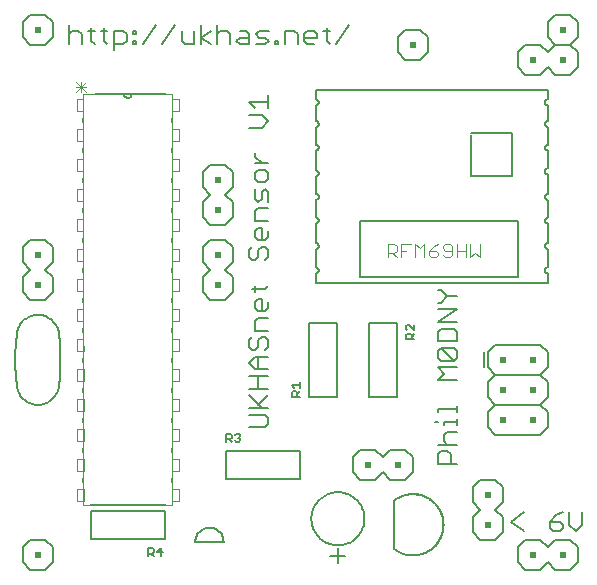
<source format=gto>
G75*
G70*
%OFA0B0*%
%FSLAX24Y24*%
%IPPOS*%
%LPD*%
%AMOC8*
5,1,8,0,0,1.08239X$1,22.5*
%
%ADD10C,0.0060*%
%ADD11C,0.0050*%
%ADD12C,0.0040*%
%ADD13C,0.0080*%
%ADD14R,0.0200X0.0200*%
%ADD15C,0.0030*%
%ADD16C,0.0000*%
D10*
X003420Y003830D02*
X005940Y003830D01*
X006160Y004610D02*
X006160Y004750D01*
X006160Y005610D02*
X006160Y005750D01*
X006160Y006610D02*
X006160Y006750D01*
X006160Y007610D02*
X006160Y007750D01*
X006160Y008610D02*
X006160Y008750D01*
X006160Y009610D02*
X006160Y009750D01*
X006160Y010610D02*
X006160Y010750D01*
X006160Y011610D02*
X006160Y011750D01*
X006160Y012610D02*
X006160Y012750D01*
X006160Y013610D02*
X006160Y013750D01*
X006160Y014610D02*
X006160Y014750D01*
X006160Y015610D02*
X006160Y015750D01*
X006160Y016610D02*
X006160Y016750D01*
X005940Y017530D02*
X004800Y017530D01*
X004560Y017530D01*
X003590Y017530D01*
X003200Y016750D02*
X003200Y016610D01*
X003200Y015750D02*
X003200Y015610D01*
X003200Y014750D02*
X003200Y014610D01*
X003200Y013750D02*
X003200Y013610D01*
X003200Y012750D02*
X003200Y012610D01*
X003200Y011750D02*
X003200Y011610D01*
X003200Y010750D02*
X003200Y010610D01*
X003200Y009750D02*
X003200Y009610D01*
X003200Y008750D02*
X003200Y008610D01*
X003200Y007750D02*
X003200Y007610D01*
X003200Y006750D02*
X003200Y006610D01*
X003200Y005750D02*
X003200Y005610D01*
X003200Y004750D02*
X003200Y004610D01*
X008709Y006430D02*
X009243Y006430D01*
X009350Y006537D01*
X009350Y006751D01*
X009243Y006857D01*
X008709Y006857D01*
X008709Y007075D02*
X009350Y007075D01*
X009136Y007075D02*
X008709Y007502D01*
X008709Y007719D02*
X009350Y007719D01*
X009350Y007502D02*
X009030Y007182D01*
X009030Y007719D02*
X009030Y008146D01*
X009030Y008364D02*
X009030Y008791D01*
X008923Y008791D02*
X009350Y008791D01*
X009243Y009009D02*
X009350Y009115D01*
X009350Y009329D01*
X009243Y009436D01*
X009136Y009436D01*
X009030Y009329D01*
X009030Y009115D01*
X008923Y009009D01*
X008816Y009009D01*
X008709Y009115D01*
X008709Y009329D01*
X008816Y009436D01*
X008923Y009653D02*
X008923Y009973D01*
X009030Y010080D01*
X009350Y010080D01*
X009243Y010298D02*
X009030Y010298D01*
X008923Y010404D01*
X008923Y010618D01*
X009030Y010725D01*
X009136Y010725D01*
X009136Y010298D01*
X009243Y010298D02*
X009350Y010404D01*
X009350Y010618D01*
X009243Y011049D02*
X008816Y011049D01*
X008923Y010942D02*
X008923Y011156D01*
X009243Y011049D02*
X009350Y011156D01*
X009243Y012016D02*
X009350Y012123D01*
X009350Y012337D01*
X009243Y012443D01*
X009136Y012443D01*
X009030Y012337D01*
X009030Y012123D01*
X008923Y012016D01*
X008816Y012016D01*
X008709Y012123D01*
X008709Y012337D01*
X008816Y012443D01*
X009030Y012661D02*
X008923Y012768D01*
X008923Y012981D01*
X009030Y013088D01*
X009136Y013088D01*
X009136Y012661D01*
X009030Y012661D02*
X009243Y012661D01*
X009350Y012768D01*
X009350Y012981D01*
X009350Y013306D02*
X008923Y013306D01*
X008923Y013626D01*
X009030Y013733D01*
X009350Y013733D01*
X009350Y013950D02*
X009350Y014270D01*
X009243Y014377D01*
X009136Y014270D01*
X009136Y014057D01*
X009030Y013950D01*
X008923Y014057D01*
X008923Y014377D01*
X009030Y014595D02*
X008923Y014701D01*
X008923Y014915D01*
X009030Y015022D01*
X009243Y015022D01*
X009350Y014915D01*
X009350Y014701D01*
X009243Y014595D01*
X009030Y014595D01*
X009136Y015239D02*
X008923Y015453D01*
X008923Y015559D01*
X008923Y015239D02*
X009350Y015239D01*
X009136Y016421D02*
X008709Y016421D01*
X008709Y016848D02*
X009136Y016848D01*
X009350Y016634D01*
X009136Y016421D01*
X008923Y017065D02*
X008709Y017279D01*
X009350Y017279D01*
X009350Y017492D02*
X009350Y017065D01*
X009261Y019210D02*
X008941Y019210D01*
X008723Y019210D02*
X008403Y019210D01*
X008296Y019317D01*
X008403Y019424D01*
X008723Y019424D01*
X008723Y019530D02*
X008723Y019210D01*
X008723Y019530D02*
X008616Y019637D01*
X008403Y019637D01*
X008079Y019530D02*
X008079Y019210D01*
X008079Y019530D02*
X007972Y019637D01*
X007758Y019637D01*
X007652Y019530D01*
X007435Y019637D02*
X007114Y019424D01*
X007435Y019210D01*
X007652Y019210D02*
X007652Y019851D01*
X007114Y019851D02*
X007114Y019210D01*
X006897Y019210D02*
X006897Y019637D01*
X006897Y019210D02*
X006577Y019210D01*
X006470Y019317D01*
X006470Y019637D01*
X006252Y019851D02*
X005825Y019210D01*
X005181Y019210D02*
X005608Y019851D01*
X004965Y019637D02*
X004965Y019530D01*
X004858Y019530D01*
X004858Y019637D01*
X004965Y019637D01*
X004965Y019317D02*
X004858Y019317D01*
X004858Y019210D01*
X004965Y019210D01*
X004965Y019317D01*
X004641Y019317D02*
X004534Y019210D01*
X004214Y019210D01*
X004214Y018996D02*
X004214Y019637D01*
X004534Y019637D01*
X004641Y019530D01*
X004641Y019317D01*
X003998Y019210D02*
X003891Y019317D01*
X003891Y019744D01*
X003784Y019637D02*
X003998Y019637D01*
X003568Y019637D02*
X003355Y019637D01*
X003461Y019744D02*
X003461Y019317D01*
X003568Y019210D01*
X003137Y019210D02*
X003137Y019530D01*
X003030Y019637D01*
X002817Y019637D01*
X002710Y019530D01*
X002710Y019210D02*
X002710Y019851D01*
X004560Y017530D02*
X004562Y017509D01*
X004567Y017489D01*
X004576Y017470D01*
X004588Y017453D01*
X004603Y017438D01*
X004620Y017426D01*
X004639Y017417D01*
X004659Y017412D01*
X004680Y017410D01*
X004701Y017412D01*
X004721Y017417D01*
X004740Y017426D01*
X004757Y017438D01*
X004772Y017453D01*
X004784Y017470D01*
X004793Y017489D01*
X004798Y017509D01*
X004800Y017530D01*
X008941Y019530D02*
X009047Y019637D01*
X009368Y019637D01*
X009261Y019424D02*
X009047Y019424D01*
X008941Y019530D01*
X009261Y019424D02*
X009368Y019317D01*
X009261Y019210D01*
X009585Y019210D02*
X009585Y019317D01*
X009692Y019317D01*
X009692Y019210D01*
X009585Y019210D01*
X009907Y019210D02*
X009907Y019637D01*
X010228Y019637D01*
X010335Y019530D01*
X010335Y019210D01*
X010552Y019317D02*
X010552Y019530D01*
X010659Y019637D01*
X010872Y019637D01*
X010979Y019530D01*
X010979Y019424D01*
X010552Y019424D01*
X010552Y019317D02*
X010659Y019210D01*
X010872Y019210D01*
X011303Y019317D02*
X011410Y019210D01*
X011303Y019317D02*
X011303Y019744D01*
X011197Y019637D02*
X011410Y019637D01*
X011626Y019210D02*
X012053Y019851D01*
X015009Y011008D02*
X015116Y011008D01*
X015330Y010795D01*
X015650Y010795D01*
X015330Y010795D02*
X015116Y010581D01*
X015009Y010581D01*
X015009Y010364D02*
X015650Y010364D01*
X015009Y009937D01*
X015650Y009937D01*
X015543Y009719D02*
X015116Y009719D01*
X015009Y009612D01*
X015009Y009292D01*
X015650Y009292D01*
X015650Y009612D01*
X015543Y009719D01*
X015543Y009075D02*
X015116Y009075D01*
X015543Y008648D01*
X015650Y008754D01*
X015650Y008968D01*
X015543Y009075D01*
X015116Y009075D02*
X015009Y008968D01*
X015009Y008754D01*
X015116Y008648D01*
X015543Y008648D01*
X015650Y008430D02*
X015009Y008430D01*
X015223Y008217D01*
X015009Y008003D01*
X015650Y008003D01*
X015650Y007142D02*
X015650Y006929D01*
X015650Y007036D02*
X015009Y007036D01*
X015009Y006929D01*
X015009Y006606D02*
X014903Y006606D01*
X015223Y006606D02*
X015650Y006606D01*
X015650Y006499D02*
X015650Y006713D01*
X015650Y006282D02*
X015330Y006282D01*
X015223Y006175D01*
X015223Y005961D01*
X015330Y005855D01*
X015330Y005637D02*
X015116Y005637D01*
X015009Y005530D01*
X015009Y005210D01*
X015650Y005210D01*
X015436Y005210D02*
X015436Y005530D01*
X015330Y005637D01*
X015650Y005855D02*
X015009Y005855D01*
X015223Y006499D02*
X015223Y006606D01*
X013560Y003990D02*
X013560Y002370D01*
X013560Y003090D02*
X013560Y003250D01*
X013740Y004110D02*
X013798Y004136D01*
X013857Y004157D01*
X013918Y004175D01*
X013979Y004189D01*
X014042Y004199D01*
X014104Y004205D01*
X014168Y004208D01*
X014231Y004207D01*
X014294Y004201D01*
X014356Y004192D01*
X014418Y004179D01*
X014479Y004162D01*
X014539Y004142D01*
X014597Y004118D01*
X014654Y004090D01*
X014709Y004059D01*
X014761Y004024D01*
X014812Y003986D01*
X014860Y003946D01*
X014906Y003902D01*
X014949Y003856D01*
X014989Y003807D01*
X015026Y003755D01*
X015059Y003702D01*
X015090Y003647D01*
X015116Y003589D01*
X015140Y003531D01*
X015159Y003471D01*
X015175Y003409D01*
X015187Y003347D01*
X015195Y003285D01*
X015199Y003222D01*
X015200Y003159D01*
X015196Y003096D01*
X015189Y003033D01*
X015178Y002971D01*
X015162Y002909D01*
X015144Y002849D01*
X015121Y002790D01*
X015095Y002732D01*
X015065Y002677D01*
X015033Y002623D01*
X014996Y002571D01*
X014957Y002522D01*
X014915Y002475D01*
X014870Y002431D01*
X014822Y002389D01*
X014772Y002351D01*
X014719Y002316D01*
X014664Y002284D01*
X014608Y002256D01*
X014550Y002231D01*
X014491Y002210D01*
X014430Y002192D01*
X014368Y002178D01*
X014306Y002168D01*
X014243Y002162D01*
X014180Y002160D01*
X013560Y002370D02*
X013612Y002333D01*
X013665Y002300D01*
X013720Y002269D01*
X013778Y002243D01*
X013836Y002219D01*
X013896Y002200D01*
X013957Y002184D01*
X014019Y002172D01*
X014082Y002164D01*
X014145Y002160D01*
X014208Y002159D01*
X014271Y002163D01*
X014334Y002170D01*
X014396Y002182D01*
X014457Y002197D01*
X014517Y002216D01*
X014576Y002238D01*
X014634Y002264D01*
X014689Y002294D01*
X014743Y002327D01*
X014795Y002363D01*
X014844Y002403D01*
X014891Y002445D01*
X014935Y002490D01*
X014976Y002538D01*
X015014Y002588D01*
X015049Y002641D01*
X015081Y002695D01*
X015109Y002752D01*
X015134Y002810D01*
X015155Y002869D01*
X015172Y002930D01*
X015185Y002992D01*
X015195Y003054D01*
X015201Y003117D01*
X015203Y003180D01*
X015201Y003243D01*
X015195Y003306D01*
X015185Y003368D01*
X015172Y003430D01*
X015155Y003491D01*
X015134Y003550D01*
X015109Y003608D01*
X015081Y003665D01*
X015049Y003719D01*
X015014Y003772D01*
X014976Y003822D01*
X014935Y003870D01*
X014891Y003915D01*
X014844Y003957D01*
X014795Y003997D01*
X014743Y004033D01*
X014689Y004066D01*
X014634Y004096D01*
X014576Y004122D01*
X014517Y004144D01*
X014457Y004163D01*
X014396Y004178D01*
X014334Y004190D01*
X014271Y004197D01*
X014208Y004201D01*
X014145Y004200D01*
X014082Y004196D01*
X014019Y004188D01*
X013957Y004176D01*
X013896Y004160D01*
X013836Y004141D01*
X013778Y004117D01*
X013720Y004091D01*
X013665Y004060D01*
X013612Y004027D01*
X013560Y003990D01*
X013730Y002260D02*
X013784Y002237D01*
X013838Y002217D01*
X013894Y002200D01*
X013950Y002185D01*
X014007Y002174D01*
X014065Y002166D01*
X014122Y002162D01*
X014180Y002160D01*
X011930Y002150D02*
X011430Y002150D01*
X011930Y002150D01*
X011680Y001900D02*
X011680Y002400D01*
X011680Y001900D01*
X011680Y002500D02*
X011622Y002502D01*
X011564Y002508D01*
X011507Y002517D01*
X011451Y002530D01*
X011396Y002547D01*
X011341Y002567D01*
X011289Y002591D01*
X011237Y002619D01*
X011188Y002649D01*
X011141Y002683D01*
X011096Y002720D01*
X011054Y002759D01*
X011015Y002801D01*
X010978Y002846D01*
X010944Y002893D01*
X010914Y002943D01*
X010886Y002994D01*
X010862Y003046D01*
X010842Y003101D01*
X010825Y003156D01*
X010812Y003212D01*
X010803Y003269D01*
X010797Y003327D01*
X010795Y003385D01*
X010797Y003443D01*
X010803Y003501D01*
X010812Y003558D01*
X010825Y003614D01*
X010842Y003669D01*
X010862Y003724D01*
X010886Y003776D01*
X010914Y003828D01*
X010944Y003877D01*
X010978Y003924D01*
X011015Y003969D01*
X011054Y004011D01*
X011096Y004050D01*
X011141Y004087D01*
X011188Y004121D01*
X011238Y004151D01*
X011289Y004179D01*
X011341Y004203D01*
X011396Y004223D01*
X011451Y004240D01*
X011507Y004253D01*
X011564Y004262D01*
X011622Y004268D01*
X011680Y004270D01*
X011738Y004268D01*
X011796Y004262D01*
X011853Y004253D01*
X011909Y004240D01*
X011964Y004223D01*
X012019Y004203D01*
X012071Y004179D01*
X012122Y004151D01*
X012172Y004121D01*
X012219Y004087D01*
X012264Y004050D01*
X012306Y004011D01*
X012345Y003969D01*
X012382Y003924D01*
X012416Y003877D01*
X012446Y003828D01*
X012474Y003776D01*
X012498Y003724D01*
X012518Y003669D01*
X012535Y003614D01*
X012548Y003558D01*
X012557Y003501D01*
X012563Y003443D01*
X012565Y003385D01*
X012563Y003327D01*
X012557Y003269D01*
X012548Y003212D01*
X012535Y003156D01*
X012518Y003101D01*
X012498Y003046D01*
X012474Y002994D01*
X012446Y002943D01*
X012416Y002893D01*
X012382Y002846D01*
X012345Y002801D01*
X012306Y002759D01*
X012264Y002720D01*
X012219Y002683D01*
X012172Y002649D01*
X012123Y002619D01*
X012071Y002591D01*
X012019Y002567D01*
X011964Y002547D01*
X011909Y002530D01*
X011853Y002517D01*
X011796Y002508D01*
X011738Y002502D01*
X011680Y002500D01*
X011622Y002502D01*
X011564Y002508D01*
X011507Y002517D01*
X011451Y002530D01*
X011396Y002547D01*
X011341Y002567D01*
X011289Y002591D01*
X011237Y002619D01*
X011188Y002649D01*
X011141Y002683D01*
X011096Y002720D01*
X011054Y002759D01*
X011015Y002801D01*
X010978Y002846D01*
X010944Y002893D01*
X010914Y002943D01*
X010886Y002994D01*
X010862Y003046D01*
X010842Y003101D01*
X010825Y003156D01*
X010812Y003212D01*
X010803Y003269D01*
X010797Y003327D01*
X010795Y003385D01*
X010797Y003443D01*
X010803Y003501D01*
X010812Y003558D01*
X010825Y003614D01*
X010842Y003669D01*
X010862Y003724D01*
X010886Y003776D01*
X010914Y003828D01*
X010944Y003877D01*
X010978Y003924D01*
X011015Y003969D01*
X011054Y004011D01*
X011096Y004050D01*
X011141Y004087D01*
X011188Y004121D01*
X011238Y004151D01*
X011289Y004179D01*
X011341Y004203D01*
X011396Y004223D01*
X011451Y004240D01*
X011507Y004253D01*
X011564Y004262D01*
X011622Y004268D01*
X011680Y004270D01*
X011738Y004268D01*
X011796Y004262D01*
X011853Y004253D01*
X011909Y004240D01*
X011964Y004223D01*
X012019Y004203D01*
X012071Y004179D01*
X012122Y004151D01*
X012172Y004121D01*
X012219Y004087D01*
X012264Y004050D01*
X012306Y004011D01*
X012345Y003969D01*
X012382Y003924D01*
X012416Y003877D01*
X012446Y003828D01*
X012474Y003776D01*
X012498Y003724D01*
X012518Y003669D01*
X012535Y003614D01*
X012548Y003558D01*
X012557Y003501D01*
X012563Y003443D01*
X012565Y003385D01*
X012563Y003327D01*
X012557Y003269D01*
X012548Y003212D01*
X012535Y003156D01*
X012518Y003101D01*
X012498Y003046D01*
X012474Y002994D01*
X012446Y002943D01*
X012416Y002893D01*
X012382Y002846D01*
X012345Y002801D01*
X012306Y002759D01*
X012264Y002720D01*
X012219Y002683D01*
X012172Y002649D01*
X012123Y002619D01*
X012071Y002591D01*
X012019Y002567D01*
X011964Y002547D01*
X011909Y002530D01*
X011853Y002517D01*
X011796Y002508D01*
X011738Y002502D01*
X011680Y002500D01*
X017460Y003280D02*
X017887Y002960D01*
X017460Y003280D02*
X017887Y003601D01*
X018749Y003280D02*
X018749Y003067D01*
X018856Y002960D01*
X019069Y002960D01*
X019176Y003067D01*
X019176Y003174D01*
X019069Y003280D01*
X018749Y003280D01*
X018963Y003494D01*
X019176Y003601D01*
X019394Y003601D02*
X019394Y003174D01*
X019607Y002960D01*
X019821Y003174D01*
X019821Y003601D01*
X009350Y008146D02*
X008709Y008146D01*
X008923Y008364D02*
X008709Y008578D01*
X008923Y008791D01*
X008923Y008364D02*
X009350Y008364D01*
X009350Y009653D02*
X008923Y009653D01*
D11*
X010405Y007930D02*
X010405Y007750D01*
X010405Y007840D02*
X010135Y007840D01*
X010225Y007750D01*
X010180Y007635D02*
X010270Y007635D01*
X010315Y007590D01*
X010315Y007455D01*
X010405Y007455D02*
X010135Y007455D01*
X010135Y007590D01*
X010180Y007635D01*
X010315Y007545D02*
X010405Y007635D01*
X008430Y006180D02*
X008430Y006135D01*
X008385Y006090D01*
X008430Y006045D01*
X008430Y006000D01*
X008385Y005955D01*
X008295Y005955D01*
X008250Y006000D01*
X008135Y005955D02*
X008045Y006045D01*
X008090Y006045D02*
X007955Y006045D01*
X007955Y005955D02*
X007955Y006225D01*
X008090Y006225D01*
X008135Y006180D01*
X008135Y006090D01*
X008090Y006045D01*
X008250Y006180D02*
X008295Y006225D01*
X008385Y006225D01*
X008430Y006180D01*
X008385Y006090D02*
X008340Y006090D01*
X007868Y002618D02*
X006930Y002618D01*
X006932Y002660D01*
X006938Y002702D01*
X006947Y002743D01*
X006960Y002783D01*
X006976Y002821D01*
X006996Y002859D01*
X007020Y002894D01*
X007046Y002927D01*
X007075Y002957D01*
X007107Y002985D01*
X007141Y003009D01*
X007177Y003031D01*
X007215Y003049D01*
X007254Y003064D01*
X007295Y003075D01*
X007336Y003083D01*
X007378Y003087D01*
X007420Y003087D01*
X007462Y003083D01*
X007503Y003075D01*
X007544Y003064D01*
X007583Y003049D01*
X007621Y003031D01*
X007657Y003009D01*
X007691Y002985D01*
X007723Y002957D01*
X007752Y002927D01*
X007778Y002894D01*
X007802Y002859D01*
X007822Y002821D01*
X007838Y002783D01*
X007851Y002743D01*
X007860Y002702D01*
X007866Y002660D01*
X007868Y002618D01*
X005841Y002270D02*
X005660Y002270D01*
X005795Y002405D01*
X005795Y002135D01*
X005546Y002135D02*
X005456Y002225D01*
X005501Y002225D02*
X005366Y002225D01*
X005366Y002135D02*
X005366Y002405D01*
X005501Y002405D01*
X005546Y002360D01*
X005546Y002270D01*
X005501Y002225D01*
X013955Y009366D02*
X013955Y009501D01*
X014000Y009546D01*
X014090Y009546D01*
X014135Y009501D01*
X014135Y009366D01*
X014135Y009456D02*
X014225Y009546D01*
X014225Y009660D02*
X014045Y009841D01*
X014000Y009841D01*
X013955Y009795D01*
X013955Y009705D01*
X014000Y009660D01*
X014225Y009660D02*
X014225Y009841D01*
X014225Y009366D02*
X013955Y009366D01*
X012430Y011430D02*
X017680Y011430D01*
X017680Y013305D01*
X012430Y013305D01*
X012430Y011430D01*
X010943Y011570D02*
X010943Y011256D01*
X018680Y011256D01*
X018680Y011570D01*
X018662Y011572D01*
X018645Y011577D01*
X018628Y011585D01*
X018614Y011596D01*
X018602Y011609D01*
X018592Y011624D01*
X018586Y011641D01*
X018582Y011659D01*
X018582Y011677D01*
X018586Y011695D01*
X018592Y011712D01*
X018602Y011727D01*
X018614Y011740D01*
X018628Y011751D01*
X018645Y011759D01*
X018662Y011764D01*
X018680Y011766D01*
X018680Y011767D02*
X018680Y012382D01*
X018680Y012383D02*
X018662Y012385D01*
X018645Y012390D01*
X018628Y012398D01*
X018614Y012409D01*
X018602Y012422D01*
X018592Y012437D01*
X018586Y012454D01*
X018582Y012472D01*
X018582Y012490D01*
X018586Y012508D01*
X018592Y012525D01*
X018602Y012540D01*
X018614Y012553D01*
X018628Y012564D01*
X018645Y012572D01*
X018662Y012577D01*
X018680Y012579D01*
X018680Y013232D01*
X018680Y013233D02*
X018662Y013235D01*
X018645Y013240D01*
X018628Y013248D01*
X018614Y013259D01*
X018602Y013272D01*
X018592Y013287D01*
X018586Y013304D01*
X018582Y013322D01*
X018582Y013340D01*
X018586Y013358D01*
X018592Y013375D01*
X018602Y013390D01*
X018614Y013403D01*
X018628Y013414D01*
X018645Y013422D01*
X018662Y013427D01*
X018680Y013429D01*
X018680Y014020D01*
X018662Y014022D01*
X018645Y014027D01*
X018628Y014035D01*
X018614Y014046D01*
X018602Y014059D01*
X018592Y014074D01*
X018586Y014091D01*
X018582Y014109D01*
X018582Y014127D01*
X018586Y014145D01*
X018592Y014162D01*
X018602Y014177D01*
X018614Y014190D01*
X018628Y014201D01*
X018645Y014209D01*
X018662Y014214D01*
X018680Y014216D01*
X018680Y014869D01*
X018680Y014870D02*
X018662Y014872D01*
X018645Y014877D01*
X018628Y014885D01*
X018614Y014896D01*
X018602Y014909D01*
X018592Y014924D01*
X018586Y014941D01*
X018582Y014959D01*
X018582Y014977D01*
X018586Y014995D01*
X018592Y015012D01*
X018602Y015027D01*
X018614Y015040D01*
X018628Y015051D01*
X018645Y015059D01*
X018662Y015064D01*
X018680Y015066D01*
X018680Y015657D01*
X018662Y015659D01*
X018645Y015664D01*
X018628Y015672D01*
X018614Y015683D01*
X018602Y015696D01*
X018592Y015711D01*
X018586Y015728D01*
X018582Y015746D01*
X018582Y015764D01*
X018586Y015782D01*
X018592Y015799D01*
X018602Y015814D01*
X018614Y015827D01*
X018628Y015838D01*
X018645Y015846D01*
X018662Y015851D01*
X018680Y015853D01*
X018680Y015854D02*
X018680Y016444D01*
X018680Y016445D02*
X018662Y016447D01*
X018645Y016452D01*
X018628Y016460D01*
X018614Y016471D01*
X018602Y016484D01*
X018592Y016499D01*
X018586Y016516D01*
X018582Y016534D01*
X018582Y016552D01*
X018586Y016570D01*
X018592Y016587D01*
X018602Y016602D01*
X018614Y016615D01*
X018628Y016626D01*
X018645Y016634D01*
X018662Y016639D01*
X018680Y016641D01*
X018680Y017169D01*
X018680Y017170D02*
X018662Y017172D01*
X018645Y017177D01*
X018628Y017185D01*
X018614Y017196D01*
X018602Y017209D01*
X018592Y017224D01*
X018586Y017241D01*
X018582Y017259D01*
X018582Y017277D01*
X018586Y017295D01*
X018592Y017312D01*
X018602Y017327D01*
X018614Y017340D01*
X018628Y017351D01*
X018645Y017359D01*
X018662Y017364D01*
X018680Y017366D01*
X018680Y017680D01*
X010943Y017680D01*
X010943Y017366D01*
X010961Y017364D01*
X010978Y017359D01*
X010995Y017351D01*
X011009Y017340D01*
X011021Y017327D01*
X011031Y017312D01*
X011037Y017295D01*
X011041Y017277D01*
X011041Y017259D01*
X011037Y017241D01*
X011031Y017224D01*
X011021Y017209D01*
X011009Y017196D01*
X010995Y017185D01*
X010978Y017177D01*
X010961Y017172D01*
X010943Y017170D01*
X010943Y017169D02*
X010943Y016641D01*
X010961Y016639D01*
X010978Y016634D01*
X010995Y016626D01*
X011009Y016615D01*
X011021Y016602D01*
X011031Y016587D01*
X011037Y016570D01*
X011041Y016552D01*
X011041Y016534D01*
X011037Y016516D01*
X011031Y016499D01*
X011021Y016484D01*
X011009Y016471D01*
X010995Y016460D01*
X010978Y016452D01*
X010961Y016447D01*
X010943Y016445D01*
X010943Y016444D02*
X010943Y015854D01*
X010943Y015853D02*
X010961Y015851D01*
X010978Y015846D01*
X010995Y015838D01*
X011009Y015827D01*
X011021Y015814D01*
X011031Y015799D01*
X011037Y015782D01*
X011041Y015764D01*
X011041Y015746D01*
X011037Y015728D01*
X011031Y015711D01*
X011021Y015696D01*
X011009Y015683D01*
X010995Y015672D01*
X010978Y015664D01*
X010961Y015659D01*
X010943Y015657D01*
X010943Y015004D01*
X010943Y015003D02*
X010961Y015001D01*
X010978Y014996D01*
X010995Y014988D01*
X011009Y014977D01*
X011021Y014964D01*
X011031Y014949D01*
X011037Y014932D01*
X011041Y014914D01*
X011041Y014896D01*
X011037Y014878D01*
X011031Y014861D01*
X011021Y014846D01*
X011009Y014833D01*
X010995Y014822D01*
X010978Y014814D01*
X010961Y014809D01*
X010943Y014807D01*
X010943Y014216D01*
X010961Y014214D01*
X010978Y014209D01*
X010995Y014201D01*
X011009Y014190D01*
X011021Y014177D01*
X011031Y014162D01*
X011037Y014145D01*
X011041Y014127D01*
X011041Y014109D01*
X011037Y014091D01*
X011031Y014074D01*
X011021Y014059D01*
X011009Y014046D01*
X010995Y014035D01*
X010978Y014027D01*
X010961Y014022D01*
X010943Y014020D01*
X010943Y013429D01*
X010961Y013427D01*
X010978Y013422D01*
X010995Y013414D01*
X011009Y013403D01*
X011021Y013390D01*
X011031Y013375D01*
X011037Y013358D01*
X011041Y013340D01*
X011041Y013322D01*
X011037Y013304D01*
X011031Y013287D01*
X011021Y013272D01*
X011009Y013259D01*
X010995Y013248D01*
X010978Y013240D01*
X010961Y013235D01*
X010943Y013233D01*
X010943Y013232D02*
X010943Y012579D01*
X010961Y012577D01*
X010978Y012572D01*
X010995Y012564D01*
X011009Y012553D01*
X011021Y012540D01*
X011031Y012525D01*
X011037Y012508D01*
X011041Y012490D01*
X011041Y012472D01*
X011037Y012454D01*
X011031Y012437D01*
X011021Y012422D01*
X011009Y012409D01*
X010995Y012398D01*
X010978Y012390D01*
X010961Y012385D01*
X010943Y012383D01*
X010943Y012382D02*
X010943Y011767D01*
X010943Y011766D02*
X010961Y011764D01*
X010978Y011759D01*
X010995Y011751D01*
X011009Y011740D01*
X011021Y011727D01*
X011031Y011712D01*
X011037Y011695D01*
X011041Y011677D01*
X011041Y011659D01*
X011037Y011641D01*
X011031Y011624D01*
X011021Y011609D01*
X011009Y011596D01*
X010995Y011585D01*
X010978Y011577D01*
X010961Y011572D01*
X010943Y011570D01*
X016118Y014805D02*
X017493Y014805D01*
X017493Y016243D01*
X016118Y016243D01*
X016118Y016180D02*
X016118Y014805D01*
D12*
X016098Y012555D02*
X016098Y012094D01*
X016251Y012248D01*
X016405Y012094D01*
X016405Y012555D01*
X015944Y012555D02*
X015944Y012094D01*
X015944Y012324D02*
X015637Y012324D01*
X015484Y012324D02*
X015254Y012324D01*
X015177Y012401D01*
X015177Y012478D01*
X015254Y012555D01*
X015407Y012555D01*
X015484Y012478D01*
X015484Y012171D01*
X015407Y012094D01*
X015254Y012094D01*
X015177Y012171D01*
X015024Y012171D02*
X015024Y012248D01*
X014947Y012324D01*
X014717Y012324D01*
X014717Y012171D01*
X014793Y012094D01*
X014947Y012094D01*
X015024Y012171D01*
X014870Y012478D02*
X014717Y012324D01*
X014870Y012478D02*
X015024Y012555D01*
X014563Y012555D02*
X014563Y012094D01*
X014256Y012094D02*
X014256Y012555D01*
X014410Y012401D01*
X014563Y012555D01*
X014103Y012555D02*
X013796Y012555D01*
X013796Y012094D01*
X013642Y012094D02*
X013489Y012248D01*
X013566Y012248D02*
X013336Y012248D01*
X013336Y012094D02*
X013336Y012555D01*
X013566Y012555D01*
X013642Y012478D01*
X013642Y012324D01*
X013566Y012248D01*
X013796Y012324D02*
X013949Y012324D01*
X015637Y012094D02*
X015637Y012555D01*
D13*
X001930Y001680D02*
X001430Y001680D01*
X001180Y001930D01*
X001180Y002430D01*
X001430Y002680D01*
X001930Y002680D01*
X002180Y002430D01*
X002180Y001930D01*
X001930Y001680D01*
X003440Y002708D02*
X003440Y003652D01*
X005920Y003652D01*
X005920Y002708D01*
X003440Y002708D01*
X007940Y004708D02*
X010420Y004708D01*
X010420Y005652D01*
X007940Y005652D01*
X007940Y004708D01*
X010708Y007440D02*
X010708Y009920D01*
X011652Y009920D01*
X011652Y007440D01*
X010708Y007440D01*
X000980Y007780D02*
X000948Y008139D01*
X000932Y008500D01*
X000932Y008860D01*
X000948Y009221D01*
X000980Y009580D01*
X000990Y009632D01*
X001004Y009683D01*
X001022Y009733D01*
X001043Y009781D01*
X001068Y009828D01*
X001096Y009872D01*
X001128Y009915D01*
X001162Y009955D01*
X001200Y009992D01*
X001240Y010026D01*
X001282Y010058D01*
X001327Y010086D01*
X001374Y010110D01*
X001422Y010131D01*
X001472Y010149D01*
X001523Y010162D01*
X001575Y010172D01*
X001627Y010178D01*
X001680Y010180D01*
X001733Y010178D01*
X001785Y010172D01*
X001837Y010162D01*
X001888Y010149D01*
X001938Y010131D01*
X001986Y010110D01*
X002033Y010086D01*
X002078Y010058D01*
X002120Y010026D01*
X002160Y009992D01*
X002198Y009955D01*
X002232Y009915D01*
X002264Y009872D01*
X002292Y009828D01*
X002317Y009781D01*
X002338Y009733D01*
X002356Y009683D01*
X002370Y009632D01*
X002380Y009580D01*
X001930Y010680D02*
X001430Y010680D01*
X001180Y010930D01*
X001180Y011430D01*
X001430Y011680D01*
X001180Y011930D01*
X001180Y012430D01*
X001430Y012680D01*
X001930Y012680D01*
X002180Y012430D01*
X002180Y011930D01*
X001930Y011680D01*
X002180Y011430D01*
X002180Y010930D01*
X001930Y010680D01*
X002380Y009580D02*
X002412Y009221D01*
X002428Y008860D01*
X002428Y008500D01*
X002412Y008139D01*
X002380Y007780D01*
X002370Y007728D01*
X002356Y007677D01*
X002338Y007627D01*
X002317Y007579D01*
X002292Y007532D01*
X002264Y007488D01*
X002232Y007445D01*
X002198Y007405D01*
X002160Y007368D01*
X002120Y007334D01*
X002078Y007302D01*
X002033Y007274D01*
X001986Y007250D01*
X001938Y007229D01*
X001888Y007211D01*
X001837Y007198D01*
X001785Y007188D01*
X001733Y007182D01*
X001680Y007180D01*
X001627Y007182D01*
X001575Y007188D01*
X001523Y007198D01*
X001472Y007211D01*
X001422Y007229D01*
X001374Y007250D01*
X001327Y007274D01*
X001282Y007302D01*
X001240Y007334D01*
X001200Y007368D01*
X001162Y007405D01*
X001128Y007445D01*
X001096Y007488D01*
X001068Y007532D01*
X001043Y007579D01*
X001022Y007627D01*
X001004Y007677D01*
X000990Y007728D01*
X000980Y007780D01*
X007180Y010930D02*
X007180Y011430D01*
X007430Y011680D01*
X007180Y011930D01*
X007180Y012430D01*
X007430Y012680D01*
X007930Y012680D01*
X008180Y012430D01*
X008180Y011930D01*
X007930Y011680D01*
X008180Y011430D01*
X008180Y010930D01*
X007930Y010680D01*
X007430Y010680D01*
X007180Y010930D01*
X007430Y013180D02*
X007930Y013180D01*
X008180Y013430D01*
X008180Y013930D01*
X007930Y014180D01*
X008180Y014430D01*
X008180Y014930D01*
X007930Y015180D01*
X007430Y015180D01*
X007180Y014930D01*
X007180Y014430D01*
X007430Y014180D01*
X007180Y013930D01*
X007180Y013430D01*
X007430Y013180D01*
X012708Y009920D02*
X012708Y007440D01*
X013652Y007440D01*
X013652Y009920D01*
X012708Y009920D01*
X016548Y008930D02*
X016548Y008430D01*
X016680Y008430D02*
X016680Y008930D01*
X016930Y009180D01*
X018430Y009180D01*
X018680Y008930D01*
X018680Y008430D01*
X018430Y008180D01*
X016930Y008180D01*
X016680Y007930D01*
X016680Y007430D01*
X016930Y007180D01*
X018430Y007180D01*
X018680Y006930D01*
X018680Y006430D01*
X018430Y006180D01*
X016930Y006180D01*
X016680Y006430D01*
X016680Y006930D01*
X016930Y007180D01*
X016930Y008180D02*
X016680Y008430D01*
X018430Y008180D02*
X018680Y007930D01*
X018680Y007430D01*
X018430Y007180D01*
X016930Y004680D02*
X016430Y004680D01*
X016180Y004430D01*
X016180Y003930D01*
X016430Y003680D01*
X016180Y003430D01*
X016180Y002930D01*
X016430Y002680D01*
X016930Y002680D01*
X017180Y002930D01*
X017180Y003430D01*
X016930Y003680D01*
X017180Y003930D01*
X017180Y004430D01*
X016930Y004680D01*
X017930Y002680D02*
X018430Y002680D01*
X018680Y002430D01*
X018930Y002680D01*
X019430Y002680D01*
X019680Y002430D01*
X019680Y001930D01*
X019430Y001680D01*
X018930Y001680D01*
X018680Y001930D01*
X018430Y001680D01*
X017930Y001680D01*
X017680Y001930D01*
X017680Y002430D01*
X017930Y002680D01*
X014180Y004930D02*
X013930Y004680D01*
X013430Y004680D01*
X013180Y004930D01*
X012930Y004680D01*
X012430Y004680D01*
X012180Y004930D01*
X012180Y005430D01*
X012430Y005680D01*
X012930Y005680D01*
X013180Y005430D01*
X013430Y005680D01*
X013930Y005680D01*
X014180Y005430D01*
X014180Y004930D01*
X017930Y018180D02*
X017680Y018430D01*
X017680Y018930D01*
X017930Y019180D01*
X018430Y019180D01*
X018680Y018930D01*
X018930Y019180D01*
X019430Y019180D01*
X019680Y018930D01*
X019680Y018430D01*
X019430Y018180D01*
X018930Y018180D01*
X018680Y018430D01*
X018430Y018180D01*
X017930Y018180D01*
X018930Y019180D02*
X018680Y019430D01*
X018680Y019930D01*
X018930Y020180D01*
X019430Y020180D01*
X019680Y019930D01*
X019680Y019430D01*
X019430Y019180D01*
X018930Y019180D01*
X014680Y018930D02*
X014680Y019430D01*
X014430Y019680D01*
X013930Y019680D01*
X013680Y019430D01*
X013680Y018930D01*
X013930Y018680D01*
X014430Y018680D01*
X014680Y018930D01*
X002180Y019430D02*
X002180Y019930D01*
X001930Y020180D01*
X001430Y020180D01*
X001180Y019930D01*
X001180Y019430D01*
X001430Y019180D01*
X001930Y019180D01*
X002180Y019430D01*
D14*
X001680Y019680D03*
X007680Y014680D03*
X007680Y013680D03*
X007680Y012180D03*
X007680Y011180D03*
X001680Y011180D03*
X001680Y012180D03*
X001680Y002180D03*
X012680Y005180D03*
X013680Y005180D03*
X016680Y004180D03*
X016680Y003180D03*
X018180Y002180D03*
X019180Y002180D03*
X018180Y006680D03*
X018180Y007680D03*
X018180Y008680D03*
X017180Y008680D03*
X017180Y007680D03*
X017180Y006680D03*
X018180Y018680D03*
X019180Y018680D03*
X019180Y019680D03*
X014180Y019180D03*
D15*
X003279Y017927D02*
X002965Y017613D01*
X003279Y017927D01*
X003279Y017770D02*
X002965Y017770D01*
X003279Y017770D01*
X003279Y017613D02*
X002965Y017927D01*
X003279Y017613D01*
X003122Y017613D02*
X003122Y017927D01*
X003122Y017613D01*
D16*
X003200Y017530D02*
X003200Y003830D01*
X006160Y003830D01*
X006160Y017530D01*
X004800Y017530D01*
X004560Y017530D01*
X003200Y017530D01*
X003200Y017380D02*
X002980Y017380D01*
X002980Y016980D01*
X003200Y016980D01*
X003200Y017380D01*
X003200Y016380D02*
X002980Y016380D01*
X002980Y015980D01*
X003200Y015980D01*
X003200Y016380D01*
X003200Y015380D02*
X002980Y015380D01*
X002980Y014980D01*
X003200Y014980D01*
X003200Y015380D01*
X003200Y014380D02*
X002980Y014380D01*
X002980Y013980D01*
X003200Y013980D01*
X003200Y014380D01*
X003200Y013380D02*
X002980Y013380D01*
X002980Y012980D01*
X003200Y012980D01*
X003200Y013380D01*
X003200Y012380D02*
X002980Y012380D01*
X002980Y011980D01*
X003200Y011980D01*
X003200Y012380D01*
X003200Y011380D02*
X002980Y011380D01*
X002980Y010980D01*
X003200Y010980D01*
X003200Y011380D01*
X003200Y010380D02*
X002980Y010380D01*
X002980Y009980D01*
X003200Y009980D01*
X003200Y010380D01*
X003200Y009380D02*
X002980Y009380D01*
X002990Y008980D01*
X003210Y008980D01*
X003200Y009380D01*
X003210Y008380D02*
X002990Y008380D01*
X002990Y007980D01*
X003210Y007980D01*
X003210Y008380D01*
X003210Y007380D02*
X002990Y007380D01*
X002990Y006980D01*
X003210Y006980D01*
X003210Y007380D01*
X003210Y006380D02*
X002990Y006380D01*
X002990Y005980D01*
X003210Y005980D01*
X003210Y006380D01*
X003210Y005380D02*
X002990Y005380D01*
X002990Y004980D01*
X003210Y004980D01*
X003210Y005380D01*
X003210Y004380D02*
X002990Y004370D01*
X002990Y003980D01*
X003210Y003980D01*
X003210Y004380D01*
X006150Y004380D02*
X006160Y003980D01*
X006380Y003980D01*
X006370Y004380D01*
X006150Y004380D01*
X006160Y004980D02*
X006380Y004980D01*
X006370Y005380D01*
X006150Y005380D01*
X006160Y004980D01*
X006150Y005980D02*
X006370Y005980D01*
X006370Y006380D01*
X006150Y006380D01*
X006150Y005980D01*
X006150Y006980D02*
X006370Y006980D01*
X006370Y007380D01*
X006150Y007380D01*
X006150Y006980D01*
X006150Y007980D02*
X006370Y007980D01*
X006370Y008380D01*
X006150Y008380D01*
X006150Y007980D01*
X006150Y008980D02*
X006370Y008980D01*
X006370Y009380D01*
X006150Y009380D01*
X006150Y008980D01*
X006150Y009980D02*
X006370Y009980D01*
X006370Y010380D01*
X006150Y010380D01*
X006150Y009980D01*
X006150Y010980D02*
X006370Y010980D01*
X006370Y011380D01*
X006150Y011380D01*
X006150Y010980D01*
X006150Y011980D02*
X006370Y011980D01*
X006370Y012380D01*
X006150Y012380D01*
X006150Y011980D01*
X006150Y012980D02*
X006370Y012980D01*
X006370Y013380D01*
X006150Y013380D01*
X006150Y012980D01*
X006150Y013980D02*
X006370Y013980D01*
X006370Y014380D01*
X006150Y014380D01*
X006150Y013980D01*
X006150Y014980D02*
X006370Y014980D01*
X006370Y015380D01*
X006150Y015380D01*
X006150Y014980D01*
X006150Y015980D02*
X006370Y015980D01*
X006370Y016380D01*
X006150Y016380D01*
X006150Y015980D01*
X006150Y016980D02*
X006370Y016980D01*
X006370Y017380D01*
X006150Y017380D01*
X006150Y016980D01*
X004800Y017530D02*
X004798Y017509D01*
X004793Y017489D01*
X004784Y017470D01*
X004772Y017453D01*
X004757Y017438D01*
X004740Y017426D01*
X004721Y017417D01*
X004701Y017412D01*
X004680Y017410D01*
X004659Y017412D01*
X004639Y017417D01*
X004620Y017426D01*
X004603Y017438D01*
X004588Y017453D01*
X004576Y017470D01*
X004567Y017489D01*
X004562Y017509D01*
X004560Y017530D01*
M02*

</source>
